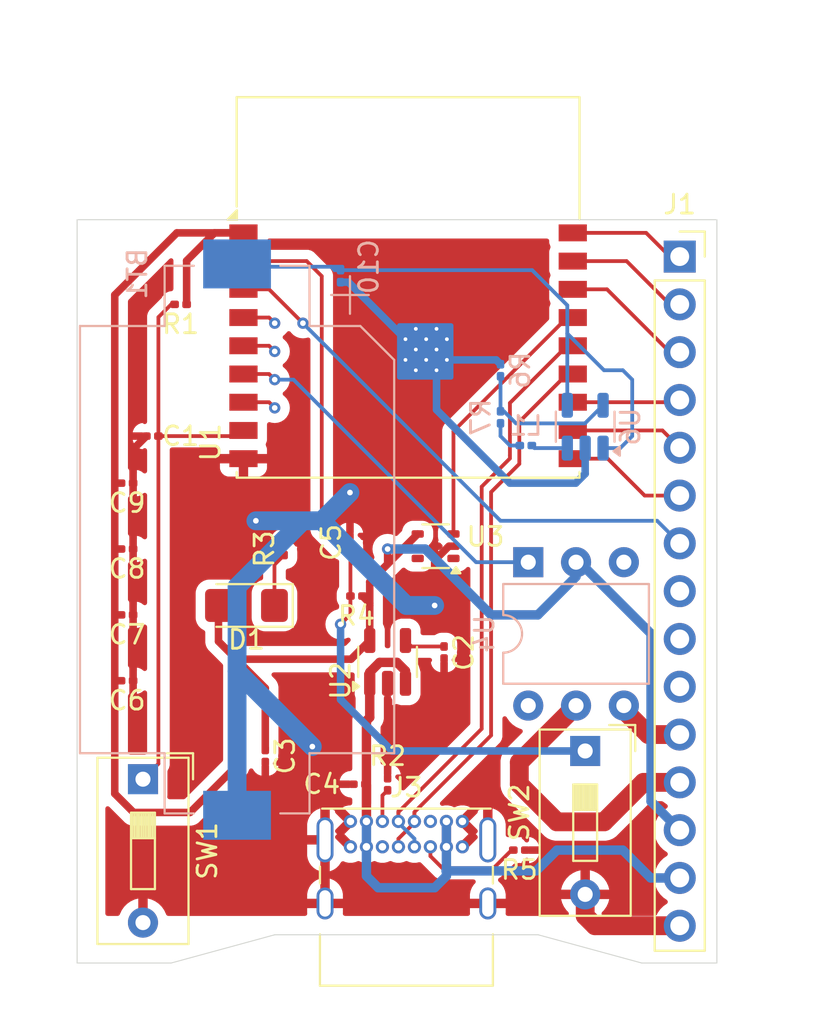
<source format=kicad_pcb>
(kicad_pcb (version 20240108) (generator "pcbnew") (generator_version "8.0")
  (layers (0 "F.Cu" mixed) (31 "B.Cu" jumper) (34 "B.Paste" user) (35 "F.Paste" user) (36 "B.SilkS" user "B.Silkscreen") (37 "F.SilkS" user "F.Silkscreen") (38 "B.Mask" user) (39 "F.Mask" user) (44 "Edge.Cuts" user))
  (net 0 "")
  (net 1 "Earth")
  (net 2 "Net-(U1-IO9)")
  (net 3 "Net-(U2-BP)")
  (net 4 "+5V")
  (net 5 "/Esp32_EN")
  (net 6 "Net-(D1-K)")
  (net 7 "+3.3V")
  (net 8 "Net-(U1-IO0)")
  (net 9 "/optocoupler in")
  (net 10 "Net-(U1-IO1)")
  (net 11 "Net-(U1-IO2)")
  (net 12 "/TSensor")
  (net 15 "Net-(U1-IO18)")
  (net 16 "Net-(U1-IO19)")
  (net 17 "/optocoupleur_in_gnd")
  (net 18 "unconnected-(U1-IO6-Pad5)")
  (net 19 "unconnected-(U1-IO5-Pad4)")
  (net 21 "/IO21")
  (net 22 "/IO20")
  (net 23 "Net-(U1-IO10)")
  (net 24 "Net-(U1-IO4)")
  (net 25 "/optocoupler")
  (net 26 "/optocoupleur_gnd")
  (net 27 "/IO8")
  (net 28 "Net-(J3-CC1)")
  (net 29 "Net-(J3-CC2)")
  (net 32 "/IO7")
  (net 35 "Net-(BT1-+)")
  (net 36 "Net-(U6-FB{slash}V_{O})")
  (net 37 "Net-(U6-SW)")
  (net 38 "Net-(C11-Pad1)")
  (footprint "Resistor_SMD:R_0201_0603Metric" (layer "F.Cu") (at 144.5 107.5 -90)
    (property "Reference" "R2")
    (property "Value" "5k1")
  )
  (footprint "Capacitor_SMD:C_0201_0603Metric" (layer "F.Cu") (at 130.655 98.5 180)
    (property "Reference" "C7")
    (property "Value" "100n")
  )
  (footprint "Resistor_SMD:R_0201_0603Metric" (layer "F.Cu") (at 142.845 97.5 180)
    (property "Reference" "R4")
    (property "Value" "5k1")
  )
  (footprint "Resistor_SMD:R_0201_0603Metric" (layer "F.Cu") (at 139 95 90)
    (property "Reference" "R3")
    (property "Value" "1k")
  )
  (footprint "LED_SMD:LED_1206_3216Metric_Pad1.42x1.75mm_HandSolder" (layer "F.Cu") (at 137 98 180)
    (property "Reference" "D1")
    (property "Value" "IR26-21C_L110_TR8")
  )
  (footprint "Connector_USB:USB_C_Receptacle_GCT_USB4085" (layer "F.Cu") (at 142.525 109.475)
    (property "Reference" "J3")
    (property "Value" "USB_C_Receptacle_USB2.0_16P")
  )
  (footprint "Capacitor_SMD:C_0201_0603Metric" (layer "F.Cu") (at 130.655 91.5 180)
    (property "Reference" "C9")
    (property "Value" "100n")
  )
  (footprint "Capacitor_SMD:C_0201_0603Metric" (layer "F.Cu") (at 132 89 180)
    (property "Reference" "C1")
    (property "Value" "100n")
  )
  (footprint "Resistor_SMD:R_0201_0603Metric" (layer "F.Cu") (at 133.5 82 180)
    (property "Reference" "R1")
    (property "Value" "5k1")
  )
  (footprint "Capacitor_SMD:C_0201_0603Metric" (layer "F.Cu") (at 130.655 95 180)
    (property "Reference" "C8")
    (property "Value" "100n")
  )
  (footprint "Package_TO_SOT_SMD:SOT-353_SC-70-5" (layer "F.Cu") (at 147.05 94.85 180)
    (property "Reference" "U3")
    (property "Value" "MCP9700Ax-HLT")
  )
  (footprint "Capacitor_SMD:C_0201_0603Metric" (layer "F.Cu") (at 130.655 102 180)
    (property "Reference" "C6")
    (property "Value" "10u")
  )
  (footprint "RF_Module:ESP32-C3-WROOM-02" (layer "F.Cu") (at 145.59 84.2)
    (property "Reference" "U1")
    (property "Value" "ESP32-C3-WROOM-02")
  )
  (footprint "Capacitor_SMD:C_0201_0603Metric" (layer "F.Cu") (at 147.5 100.5 -90)
    (property "Reference" "C2")
    (property "Value" "100n")
  )
  (footprint "Button_Switch_THT:SW_DIP_SPSTx01_Slide_9.78x4.72mm_W7.62mm_P2.54mm" (layer "F.Cu") (at 131.5 107.2325 -90)
    (property "Reference" "SW1")
    (property "Value" "SW_Push")
  )
  (footprint "Button_Switch_THT:SW_DIP_SPSTx01_Slide_9.78x4.72mm_W7.62mm_P2.54mm" (layer "F.Cu") (at 155 105.7325 -90)
    (property "Reference" "SW2")
    (property "Value" "SW_Push")
  )
  (footprint "Resistor_SMD:R_0201_0603Metric" (layer "F.Cu") (at 151.5 111 180)
    (property "Reference" "R5")
    (property "Value" "5k1")
  )
  (footprint "Capacitor_SMD:C_0201_0603Metric" (layer "F.Cu") (at 138 106 -90)
    (property "Reference" "C3")
    (property "Value" "10u")
  )
  (footprint "Connector_PinSocket_2.54mm:PinSocket_1x15_P2.54mm_Vertical" (layer "F.Cu") (at 160.025 79.46)
    (property "Reference" "J1")
    (property "Value" "PINHD_1x15_Female")
  )
  (footprint "Capacitor_SMD:C_0201_0603Metric" (layer "F.Cu") (at 142.5 94.655 90)
    (property "Reference" "C5")
    (property "Value" "100n")
  )
  (footprint "Package_TO_SOT_SMD:SOT-23-5" (layer "F.Cu") (at 144.5 101 90)
    (property "Reference" "U2")
    (property "Value" "SPX3819M5-L-3-3")
  )
  (footprint "Capacitor_SMD:C_0201_0603Metric" (layer "F.Cu") (at 143 107.5 180)
    (property "Reference" "C4")
    (property "Value" "10u")
  )
  (footprint "Resistor_SMD:R_0201_0603Metric" (layer "B.Cu") (at 150.5 85.5 90)
    (property "Reference" "R6")
    (property "Value" "100k")
  )
  (footprint "Capacitor_SMD:C_0201_0603Metric" (layer "B.Cu") (at 142 80.5 -90)
    (property "Reference" "C10")
    (property "Value" "4.7u")
  )
  (footprint "Resistor_SMD:R_0201_0603Metric" (layer "B.Cu") (at 150.5 88 -90)
    (property "Reference" "R7")
    (property "Value" "100k")
  )
  (footprint "Battery:BatteryHolder_Keystone_1060_1x2032" (layer "B.Cu") (at 136.5 94.5 -90)
    (property "Reference" "BT1")
    (property "Value" "Battery_Cell")
  )
  (footprint "Package_TO_SOT_SMD:TSOT-23-5" (layer "B.Cu") (at 155 88.5 90)
    (property "Reference" "U6")
    (property "Value" "ST1S12XX")
  )
  (footprint "Package_DIP:DIP-6_W7.62mm" (layer "B.Cu") (at 151.975 95.7 -90)
    (property "Reference" "U4")
    (property "Value" "4N28")
  )
  (footprint "Inductor_SMD:L_0201_0603Metric" (layer "B.Cu") (at 151.845 89.5 180)
    (property "Reference" "L1")
    (property "Value" "2.2u")
  )
  (gr_line (start 158 117) (end 152.5 115.5) (stroke (width 0.05)) (layer "Edge.Cuts"))
  (gr_line (start 128 117) (end 128 77.5) (stroke (width 0.05)) (layer "Edge.Cuts"))
  (gr_line (start 162 77.5) (end 162 117) (stroke (width 0.05)) (layer "Edge.Cuts"))
  (gr_line (start 152.5 115.5) (end 138.5 115.5) (stroke (width 0.05)) (layer "Edge.Cuts"))
  (gr_line (start 138.5 115.5) (end 133 117) (stroke (width 0.05)) (layer "Edge.Cuts"))
  (gr_line (start 162 117) (end 158 117) (stroke (width 0.05)) (layer "Edge.Cuts"))
  (gr_line (start 128 77.5) (end 162 77.5) (stroke (width 0.05)) (layer "Edge.Cuts"))
  (gr_line (start 133 117) (end 128 117) (stroke (width 0.05)) (layer "Edge.Cuts"))
  (segment (start 147 95.606544) (end 147 98) (width 0.4) (layer "F.Cu") (net 1))
  (segment (start 155 114.5) (end 155.52 115.02) (width 1) (layer "F.Cu") (net 1))
  (segment (start 130.975 91.5) (end 130.975 89.705) (width 0.4) (layer "F.Cu") (net 1))
  (segment (start 147.756544 94.85) (end 147 95.606544) (width 0.4) (layer "F.Cu") (net 1))
  (segment (start 130.975 91.5) (end 130.975 95) (width 0.4) (layer "F.Cu") (net 1))
  (segment (start 130.975 98.5) (end 130.975 103.475) (width 0.4) (layer "F.Cu") (net 1))
  (segment (start 155.52 115.02) (end 160.025 115.02) (width 1) (layer "F.Cu") (net 1))
  (segment (start 130.975 98.5) (end 130.975 95) (width 0.4) (layer "F.Cu") (net 1))
  (segment (start 155 113.3525) (end 155 114.5) (width 1) (layer "F.Cu") (net 1))
  (segment (start 130.975 89.705) (end 131.68 89) (width 0.4) (layer "F.Cu") (net 1))
  (segment (start 130.975 103.475) (end 131 103.5) (width 0.2) (layer "F.Cu") (net 1))
  (segment (start 148 94.85) (end 147.756544 94.85) (width 0.2) (layer "F.Cu") (net 1))
  (via (at 142.5 92) (size 0.6) (drill 0.3) (layers "F.Cu" "B.Cu") (net 1))
  (via (at 137.5 93.5) (size 0.6) (drill 0.3) (layers "F.Cu" "B.Cu") (net 1))
  (via (at 147 98) (size 0.6) (drill 0.3) (layers "F.Cu" "B.Cu") (net 1))
  (via (at 140.5 105.5) (size 0.6) (drill 0.3) (layers "F.Cu" "B.Cu") (net 1))
  (segment (start 136.5 101.5) (end 140.5 105.5) (width 1) (layer "B.Cu") (net 1))
  (segment (start 136.5 97) (end 136.5 101.5) (width 1) (layer "B.Cu") (net 1))
  (segment (start 140 93.5) (end 136.5 97) (width 1) (layer "B.Cu") (net 1))
  (segment (start 151 91.5) (end 147.1 87.6) (width 0.4) (layer "B.Cu") (net 1))
  (segment (start 140 93.5) (end 141 93.5) (width 1) (layer "B.Cu") (net 1))
  (segment (start 155 89.6375) (end 155 91) (width 0.4) (layer "B.Cu") (net 1))
  (segment (start 142 80.82) (end 142.42 80.82) (width 0.4) (layer "B.Cu") (net 1))
  (segment (start 141 93.5) (end 142.5 92) (width 1) (layer "B.Cu") (net 1))
  (segment (start 142.42 80.82) (end 146 84.4) (width 0.4) (layer "B.Cu") (net 1))
  (segment (start 145.5 98) (end 147 98) (width 1) (layer "B.Cu") (net 1))
  (segment (start 147.65 84.95) (end 150.27 84.95) (width 0.4) (layer "B.Cu") (net 1))
  (segment (start 154.5 91.5) (end 151 91.5) (width 0.4) (layer "B.Cu") (net 1))
  (segment (start 147.1 87.6) (end 147.1 85.5) (width 0.4) (layer "B.Cu") (net 1))
  (segment (start 137.5 93.5) (end 140 93.5) (width 1) (layer "B.Cu") (net 1))
  (segment (start 150.27 84.95) (end 150.5 85.18) (width 0.4) (layer "B.Cu") (net 1))
  (segment (start 136.5 101.5) (end 136.5 109.15) (width 1) (layer "B.Cu") (net 1))
  (segment (start 141 93.5) (end 145.5 98) (width 1) (layer "B.Cu") (net 1))
  (segment (start 155 91) (end 154.5 91.5) (width 0.4) (layer "B.Cu") (net 1))
  (segment (start 132.32 89) (end 136.54 89) (width 0.2) (layer "F.Cu") (net 2))
  (segment (start 132.32 106.4125) (end 131.5 107.2325) (width 0.2) (layer "F.Cu") (net 2))
  (segment (start 136.54 89) (end 136.84 88.7) (width 0.2) (layer "F.Cu") (net 2))
  (segment (start 132.32 82.68) (end 132.32 89) (width 0.2) (layer "F.Cu") (net 2))
  (segment (start 133.18 82) (end 133 82) (width 0.2) (layer "F.Cu") (net 2))
  (segment (start 132.32 89) (end 132.32 106.4125) (width 0.2) (layer "F.Cu") (net 2))
  (segment (start 133 82) (end 132.32 82.68) (width 0.2) (layer "F.Cu") (net 2))
  (segment (start 147.5 100.18) (end 145.7675 100.18) (width 0.2) (layer "F.Cu") (net 3))
  (segment (start 145.7675 100.18) (end 145.45 99.8625) (width 0.2) (layer "F.Cu") (net 3))
  (segment (start 143.55 103.95) (end 143.375 104.125) (width 0.5) (layer "F.Cu") (net 4))
  (segment (start 147.625 110.825) (end 147.625 109.475) (width 0.5) (layer "F.Cu") (net 4))
  (segment (start 143.375 107.555) (end 143.32 107.5) (width 0.2) (layer "F.Cu") (net 4))
  (segment (start 143.375 104.125) (end 143.375 109.475) (width 0.5) (layer "F.Cu") (net 4))
  (segment (start 144.075 101.025) (end 144.999999 101.025) (width 0.5) (layer "F.Cu") (net 4))
  (segment (start 143.55 103.95) (end 143.55 102.1375) (width 0.5) (layer "F.Cu") (net 4))
  (segment (start 143.55 101.55) (end 144.075 101.025) (width 0.5) (layer "F.Cu") (net 4))
  (segment (start 145.45 101.475001) (end 145.45 102.1375) (width 0.5) (layer "F.Cu") (net 4))
  (segment (start 143.55 102.1375) (end 143.55 101.55) (width 0.5) (layer "F.Cu") (net 4))
  (segment (start 144.999999 101.025) (end 145.45 101.475001) (width 0.5) (layer "F.Cu") (net 4))
  (segment (start 143.375 108.5) (end 143.375 107.555) (width 0.5) (layer "F.Cu") (net 4))
  (segment (start 158.48 112.48) (end 160.025 112.48) (width 0.5) (layer "B.Cu") (net 4))
  (segment (start 157 111) (end 158.48 112.48) (width 0.5) (layer "B.Cu") (net 4))
  (segment (start 152.395 112.105) (end 153.5 111) (width 0.5) (layer "B.Cu") (net 4))
  (segment (start 147.605 112.105) (end 152.395 112.105) (width 0.5) (layer "B.Cu") (net 4))
  (segment (start 143.375 109.475) (end 143.375 112.375) (width 0.5) (layer "B.Cu") (net 4))
  (segment (start 153.5 111) (end 157 111) (width 0.5) (layer "B.Cu") (net 4))
  (segment (start 143.375 112.375) (end 144 113) (width 0.5) (layer "B.Cu") (net 4))
  (segment (start 147.625 112.375) (end 147.625 109.475) (width 0.5) (layer "B.Cu") (net 4))
  (segment (start 147 113) (end 147.625 112.375) (width 0.5) (layer "B.Cu") (net 4))
  (segment (start 144 113) (end 147 113) (width 0.5) (layer "B.Cu") (net 4))
  (segment (start 142.5 94.975) (end 142.025 94.975) (width 0.2) (layer "F.Cu") (net 5))
  (segment (start 142.525 95) (end 142.5 94.975) (width 0.2) (layer "F.Cu") (net 5))
  (segment (start 141 93.95) (end 141 80.5) (width 0.2) (layer "F.Cu") (net 5))
  (segment (start 141 80.5) (end 140.2 79.7) (width 0.2) (layer "F.Cu") (net 5))
  (segment (start 142.025 94.975) (end 141 93.95) (width 0.2) (layer "F.Cu") (net 5))
  (segment (start 142.525 97.5) (end 142.525 95) (width 0.2) (layer "F.Cu") (net 5))
  (segment (start 142.525 98.475) (end 142 99) (width 0.2) (layer "F.Cu") (net 5))
  (segment (start 140.2 79.7) (end 136.84 79.7) (width 0.2) (layer "F.Cu") (net 5))
  (segment (start 142.525 97.5) (end 142.525 98.475) (width 0.2) (layer "F.Cu") (net 5))
  (via (at 142 99) (size 0.6) (drill 0.3) (layers "F.Cu" "B.Cu") (net 5))
  (segment (start 142 99) (end 142 103) (width 0.4) (layer "B.Cu") (net 5))
  (segment (start 144.7325 105.7325) (end 155 105.7325) (width 0.4) (layer "B.Cu") (net 5))
  (segment (start 142 103) (end 144.7325 105.7325) (width 0.4) (layer "B.Cu") (net 5))
  (segment (start 138.4875 98) (end 138.4875 95.8325) (width 0.2) (layer "F.Cu") (net 6))
  (segment (start 138.4875 95.8325) (end 139 95.32) (width 0.2) (layer "F.Cu") (net 6))
  (segment (start 130 108) (end 130 81.5) (width 0.4) (layer "F.Cu") (net 7))
  (segment (start 143.55 99.8625) (end 142.558139 100.854361) (width 0.4) (layer "F.Cu") (net 7))
  (segment (start 136.46 100.854361) (end 136.46 106.54) (width 0.4) (layer "F.Cu") (net 7))
  (segment (start 136.46 100.854361) (end 135.5125 99.906861) (width 0.4) (layer "F.Cu") (net 7))
  (segment (start 138 102.394361) (end 138 105.68) (width 0.4) (layer "F.Cu") (net 7))
  (segment (start 143.9 96.4) (end 144.5 95.8) (width 0.4) (layer "F.Cu") (net 7))
  (segment (start 133.82 79.68) (end 133.82 82) (width 0.4) (layer "F.Cu") (net 7))
  (segment (start 133.3 78.2) (end 136.84 78.2) (width 0.4) (layer "F.Cu") (net 7))
  (segment (start 136.84 78.2) (end 135.3 78.2) (width 0.4) (layer "F.Cu") (net 7))
  (segment (start 143.55 98) (end 143.55 96.75) (width 0.4) (layer "F.Cu") (net 7))
  (segment (start 131 109) (end 130 108) (width 0.4) (layer "F.Cu") (net 7))
  (segment (start 135.3 78.2) (end 133.82 79.68) (width 0.4) (layer "F.Cu") (net 7))
  (segment (start 143.9 96.4) (end 146.1 94.2) (width 0.4) (layer "F.Cu") (net 7))
  (segment (start 130 81.5) (end 133.3 78.2) (width 0.4) (layer "F.Cu") (net 7))
  (segment (start 143.55 96.75) (end 143.9 96.4) (width 0.4) (layer "F.Cu") (net 7))
  (segment (start 135.5125 99.906861) (end 135.5125 98) (width 0.4) (layer "F.Cu") (net 7))
  (segment (start 142.558139 100.854361) (end 136.46 100.854361) (width 0.4) (layer "F.Cu") (net 7))
  (segment (start 136.46 100.854361) (end 138 102.394361) (width 0.4) (layer "F.Cu") (net 7))
  (segment (start 143.55 98) (end 143.55 97.885) (width 0.2) (layer "F.Cu") (net 7))
  (segment (start 144.5 95.8) (end 144.5 95) (width 0.4) (layer "F.Cu") (net 7))
  (segment (start 134 109) (end 131 109) (width 0.4) (layer "F.Cu") (net 7))
  (segment (start 143.55 99.8625) (end 143.55 98) (width 0.4) (layer "F.Cu") (net 7))
  (segment (start 136.46 106.54) (end 134 109) (width 0.4) (layer "F.Cu") (net 7))
  (segment (start 143.55 97.885) (end 143.165 97.5) (width 0.4) (layer "F.Cu") (net 7))
  (via (at 144.5 95) (size 0.6) (drill 0.3) (layers "F.Cu" "B.Cu") (net 7))
  (segment (start 154.515 95.7) (end 154.515 96.47) (width 0.4) (layer "B.Cu") (net 7))
  (segment (start 146.5 95) (end 144.5 95) (width 0.5) (layer "B.Cu") (net 7))
  (segment (start 158.5 99.5) (end 158.5 108.415) (width 0.5) (layer "B.Cu") (net 7))
  (segment (start 152.485 98.5) (end 150 98.5) (width 0.5) (layer "B.Cu") (net 7))
  (segment (start 150 98.5) (end 146.5 95) (width 0.5) (layer "B.Cu") (net 7))
  (segment (start 154.7 95.7) (end 158.5 99.5) (width 0.5) (layer "B.Cu") (net 7))
  (segment (start 154.515 95.7) (end 154.7 95.7) (width 0.4) (layer "B.Cu") (net 7))
  (segment (start 158.5 108.415) (end 160.025 109.94) (width 0.5) (layer "B.Cu") (net 7))
  (segment (start 154.515 96.47) (end 152.485 98.5) (width 0.5) (layer "B.Cu") (net 7))
  (segment (start 158.24 78.2) (end 160 79.96) (width 0.2) (layer "F.Cu") (net 8))
  (segment (start 154.34 78.2) (end 158.24 78.2) (width 0.2) (layer "F.Cu") (net 8))
  (segment (start 160 82.5) (end 157.2 79.7) (width 0.2) (layer "F.Cu") (net 10))
  (segment (start 157.2 79.7) (end 154.34 79.7) (width 0.2) (layer "F.Cu") (net 10))
  (segment (start 154.34 81.2) (end 156.16 81.2) (width 0.2) (layer "F.Cu") (net 11))
  (segment (start 156.16 81.2) (end 160 85.04) (width 0.2) (layer "F.Cu") (net 11))
  (segment (start 148 94.2) (end 148 88.74) (width 0.2) (layer "F.Cu") (net 12))
  (segment (start 154.04 82.7) (end 154.34 82.7) (width 0.2) (layer "F.Cu") (net 12))
  (segment (start 148 88.74) (end 154.04 82.7) (width 0.2) (layer "F.Cu") (net 12))
  (segment (start 145.925 109.544239) (end 145.925 109.475) (width 0.2) (layer "F.Cu") (net 15))
  (segment (start 151.5 90.31097) (end 151.5 88.24) (width 0.2) (layer "F.Cu") (net 15))
  (segment (start 145.925 109.475) (end 145.925 109.075) (width 0.2) (layer "F.Cu") (net 15))
  (segment (start 150 104.905026) (end 150 91.976337) (width 0.2) (layer "F.Cu") (net 15))
  (segment (start 145.925 108.980026) (end 150 104.905026) (width 0.2) (layer "F.Cu") (net 15))
  (segment (start 151.5 90.476337) (end 151.5 90.31097) (width 0.2) (layer "F.Cu") (net 15))
  (segment (start 145.925 109.475) (end 145.925 108.980026) (width 0.2) (layer "F.Cu") (net 15))
  (segment (start 150 91.976337) (end 151.5 90.476337) (width 0.2) (layer "F.Cu") (net 15))
  (segment (start 151.5 88.24) (end 154.04 85.7) (width 0.2) (layer "F.Cu") (net 15))
  (segment (start 145.075 110.394239) (end 145.925 109.544239) (width 0.2) (layer "F.Cu") (net 15))
  (segment (start 145.075 110.825) (end 145.075 110.394239) (width 0.2) (layer "F.Cu") (net 15))
  (segment (start 154.04 85.7) (end 154.34 85.7) (width 0.2) (layer "F.Cu") (net 15))
  (segment (start 151 90.186944) (end 149.5 91.686944) (width 0.2) (layer "F.Cu") (net 16))
  (segment (start 145.075 109.475) (end 145.075 108.925) (width 0.2) (layer "F.Cu") (net 16))
  (segment (start 145.075 108.980026) (end 145.075 109.475) (width 0.2) (layer "F.Cu") (net 16))
  (segment (start 151 87.24) (end 154.04 84.2) (width 0.2) (layer "F.Cu") (net 16))
  (segment (start 151 90.186944) (end 151 90.021577) (width 0.2) (layer "F.Cu") (net 16))
  (segment (start 149.5 91.686944) (end 149.5 104.555026) (width 0.2) (layer "F.Cu") (net 16))
  (segment (start 149.5 104.555026) (end 145.075 108.980026) (width 0.2) (layer "F.Cu") (net 16))
  (segment (start 151 90.021577) (end 151 87.24) (width 0.2) (layer "F.Cu") (net 16))
  (segment (start 154.04 84.2) (end 154.34 84.2) (width 0.2) (layer "F.Cu") (net 16))
  (segment (start 145.925 110.825) (end 145.925 110.394239) (width 0.2) (layer "B.Cu") (net 16))
  (segment (start 145.925 110.394239) (end 145.075 109.544239) (width 0.2) (layer "B.Cu") (net 16))
  (segment (start 145.075 109.544239) (end 145.075 109.475) (width 0.2) (layer "B.Cu") (net 16))
  (segment (start 138.2 84.2) (end 138.5 84.5) (width 0.2) (layer "F.Cu") (net 18))
  (segment (start 136.84 84.2) (end 138.2 84.2) (width 0.2) (layer "F.Cu") (net 18))
  (via (at 138.5 84.5) (size 0.6) (drill 0.3) (layers "F.Cu" "B.Cu") (net 18))
  (segment (start 136.84 82.7) (end 138.2 82.7) (width 0.2) (layer "F.Cu") (net 19))
  (segment (start 138.2 82.7) (end 138.5 83) (width 0.2) (layer "F.Cu") (net 19))
  (via (at 138.5 83) (size 0.6) (drill 0.3) (layers "F.Cu" "B.Cu") (net 19))
  (segment (start 159.905 87.2) (end 154.34 87.2) (width 0.2) (layer "F.Cu") (net 21))
  (segment (start 160.025 87.08) (end 159.905 87.2) (width 0.2) (layer "F.Cu") (net 21))
  (segment (start 160 89.595) (end 160 90.04) (width 0.2) (layer "F.Cu") (net 22))
  (segment (start 159.105 88.7) (end 160 89.595) (width 0.2) (layer "F.Cu") (net 22))
  (segment (start 154.34 88.7) (end 159.105 88.7) (width 0.2) (layer "F.Cu") (net 22))
  (segment (start 156.2 90.2) (end 154.34 90.2) (width 0.2) (layer "F.Cu") (net 23))
  (segment (start 160.025 92.16) (end 158.16 92.16) (width 0.2) (layer "F.Cu") (net 23))
  (segment (start 158.16 92.16) (end 156.2 90.2) (width 0.2) (layer "F.Cu") (net 23))
  (segment (start 138.2 81.2) (end 136.84 81.2) (width 0.2) (layer "F.Cu") (net 24))
  (segment (start 140 83) (end 138.2 81.2) (width 0.2) (layer "F.Cu") (net 24))
  (via (at 140 83) (size 0.6) (drill 0.3) (layers "F.Cu" "B.Cu") (net 24))
  (segment (start 158.825 93.5) (end 160.025 94.7) (width 0.2) (layer "B.Cu") (net 24))
  (segment (start 140 83) (end 150.5 93.5) (width 0.2) (layer "B.Cu") (net 24))
  (segment (start 150.5 93.5) (end 158.825 93.5) (width 0.2) (layer "B.Cu") (net 24))
  (segment (start 156 109.5) (end 153.5 109.5) (width 1) (layer "F.Cu") (net 25))
  (segment (start 153.5 109.5) (end 151.5 107.5) (width 1) (layer "F.Cu") (net 25))
  (segment (start 160.025 107.4) (end 158.1 107.4) (width 1) (layer "F.Cu") (net 25))
  (segment (start 151.5 106.335) (end 154.515 103.32) (width 1) (layer "F.Cu") (net 25))
  (segment (start 158.1 107.4) (end 156 109.5) (width 1) (layer "F.Cu") (net 25))
  (segment (start 151.5 107.5) (end 151.5 106.335) (width 1) (layer "F.Cu") (net 25))
  (segment (start 157.055 103.32) (end 157.055 103.555) (width 1) (layer "F.Cu") (net 26))
  (segment (start 158.36 104.86) (end 160.025 104.86) (width 1) (layer "F.Cu") (net 26))
  (segment (start 157.055 103.555) (end 158.36 104.86) (width 1) (layer "F.Cu") (net 26))
  (segment (start 138.2 87.2) (end 138.5 87.5) (width 0.2) (layer "F.Cu") (net 27))
  (segment (start 136.84 87.2) (end 138.2 87.2) (width 0.2) (layer "F.Cu") (net 27))
  (via (at 138.5 87.5) (size 0.6) (drill 0.3) (layers "F.Cu" "B.Cu") (net 27))
  (segment (start 144.225 109.475) (end 144.225 108.095) (width 0.2) (layer "F.Cu") (net 28))
  (segment (start 144.225 108.095) (end 144.5 107.82) (width 0.2) (layer "F.Cu") (net 28))
  (segment (start 150.13566 111.955) (end 151 111.09066) (width 0.2) (layer "F.Cu") (net 29))
  (segment (start 146.775 110.825) (end 146.775 111.319974) (width 0.2) (layer "F.Cu") (net 29))
  (segment (start 146.775 111.319974) (end 147.410026 111.955) (width 0.2) (layer "F.Cu") (net 29))
  (segment (start 147.410026 111.955) (end 150.13566 111.955) (width 0.2) (layer "F.Cu") (net 29))
  (segment (start 136.84 85.7) (end 138.2 85.7) (width 0.2) (layer "F.Cu") (net 32))
  (segment (start 138.2 85.7) (end 138.5 86) (width 0.2) (layer "F.Cu") (net 32))
  (via (at 138.5 86) (size 0.6) (drill 0.3) (layers "F.Cu" "B.Cu") (net 32))
  (segment (start 149.2 95.7) (end 151.975 95.7) (width 0.2) (layer "B.Cu") (net 32))
  (segment (start 138.5 86) (end 139.5 86) (width 0.2) (layer "B.Cu") (net 32))
  (segment (start 139.5 86) (end 149.2 95.7) (width 0.2) (layer "B.Cu") (net 32))
  (segment (start 152.18 80.18) (end 154.05 82.05) (width 0.2) (layer "B.Cu") (net 35))
  (segment (start 142 80.18) (end 141.68 80.18) (width 0.2) (layer "B.Cu") (net 35))
  (segment (start 155.95 89.6375) (end 156.8625 89.6375) (width 0.2) (layer "B.Cu") (net 35))
  (segment (start 156 85.5) (end 154.05 83.55) (width 0.2) (layer "B.Cu") (net 35))
  (segment (start 157.5 86) (end 157 85.5) (width 0.2) (layer "B.Cu") (net 35))
  (segment (start 142.1 80) (end 141.5 80) (width 0.2) (layer "B.Cu") (net 35))
  (segment (start 136.65 80) (end 136.5 79.85) (width 0.2) (layer "B.Cu") (net 35))
  (segment (start 154.05 84.05) (end 154.05 87.3625) (width 0.2) (layer "B.Cu") (net 35))
  (segment (start 157.5 89) (end 157.5 86) (width 0.2) (layer "B.Cu") (net 35))
  (segment (start 157 85.5) (end 156 85.5) (width 0.2) (layer "B.Cu") (net 35))
  (segment (start 156.8625 89.6375) (end 157.5 89) (width 0.2) (layer "B.Cu") (net 35))
  (segment (start 154.05 82.05) (end 154.05 83.55) (width 0.2) (layer "B.Cu") (net 35))
  (segment (start 154.05 83.55) (end 154.05 84.05) (width 0.2) (layer "B.Cu") (net 35))
  (segment (start 141.68 80.18) (end 141.5 80) (width 0.2) (layer "B.Cu") (net 35))
  (segment (start 142 80.18) (end 152.18 80.18) (width 0.2) (layer "B.Cu") (net 35))
  (segment (start 141.5 80) (end 136.65 80) (width 0.2) (layer "B.Cu") (net 35))
  (segment (start 151.325 88.325) (end 150.68 87.68) (width 0.2) (layer "B.Cu") (net 36))
  (segment (start 154.9875 88.325) (end 151.325 88.325) (width 0.2) (layer "B.Cu") (net 36))
  (segment (start 150.68 87.68) (end 150.5 87.68) (width 0.2) (layer "B.Cu") (net 36))
  (segment (start 155.95 87.3625) (end 154.9875 88.325) (width 0.2) (layer "B.Cu") (net 36))
  (segment (start 150.5 85.82) (end 150.5 87.68) (width 0.2) (layer "B.Cu") (net 36))
  (segment (start 154.05 89.6375) (end 152.3025 89.6375) (width 0.2) (layer "B.Cu") (net 37))
  (segment (start 154.05 89.6375) (end 154.05 89.55) (width 0.2) (layer "B.Cu") (net 37))
  (segment (start 152.3025 89.6375) (end 152.165 89.5) (width 0.2) (layer "B.Cu") (net 37))
  (segment (start 154.05 89.55) (end 154 89.5) (width 0.2) (layer "B.Cu") (net 37))
  (segment (start 151.525 89.5) (end 151 89.5) (width 0.2) (layer "B.Cu") (net 38))
  (segment (start 151 89.5) (end 150.5 89) (width 0.2) (layer "B.Cu") (net 38))
  (segment (start 150.5 89) (end 150.5 88.32) (width 0.2) (layer "B.Cu") (net 38))
  (zone (net 1) (net_name "Earth") (layer "F.Cu") (connect_pads (clearance 0.5)) (min_thickness 0.25) (fill yes (thermal_gap 0.5) (thermal_bridge_width 0.5))
    (polygon (pts (xy 161 78.5) (xy 129.5 78.5) (xy 129.5 114.5) (xy 161 114.5)))
  )
  (zone (net 1) (net_name "Earth") (layer "B.Cu") (priority 1) (connect_pads (clearance 0.5)) (min_thickness 0.25) (fill yes (thermal_gap 0.5) (thermal_bridge_width 0.5))
    (polygon (pts (xy 145 83) (xy 148 83) (xy 148 86) (xy 145 86)))
  )
)
</source>
